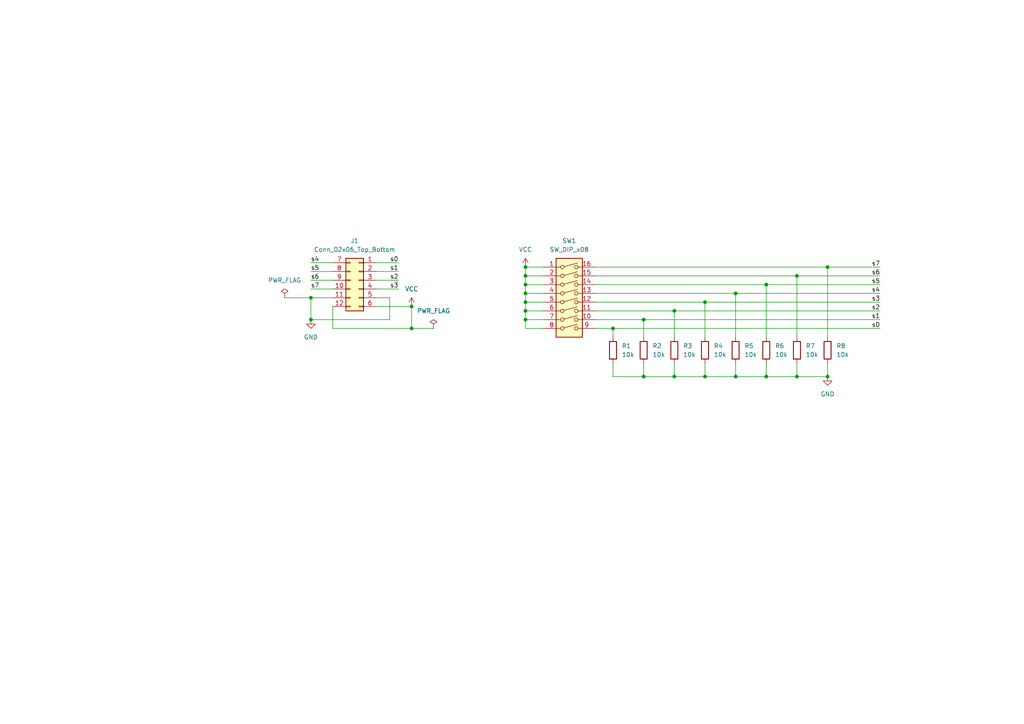
<source format=kicad_sch>
(kicad_sch (version 20211123) (generator eeschema)

  (uuid 62a66d06-e69a-4fb1-b59a-f4e36223a50c)

  (paper "A4")

  (lib_symbols
    (symbol "Connector_Generic:Conn_02x06_Top_Bottom" (pin_names (offset 1.016) hide) (in_bom yes) (on_board yes)
      (property "Reference" "J" (id 0) (at 1.27 7.62 0)
        (effects (font (size 1.27 1.27)))
      )
      (property "Value" "Conn_02x06_Top_Bottom" (id 1) (at 1.27 -10.16 0)
        (effects (font (size 1.27 1.27)))
      )
      (property "Footprint" "" (id 2) (at 0 0 0)
        (effects (font (size 1.27 1.27)) hide)
      )
      (property "Datasheet" "~" (id 3) (at 0 0 0)
        (effects (font (size 1.27 1.27)) hide)
      )
      (property "ki_keywords" "connector" (id 4) (at 0 0 0)
        (effects (font (size 1.27 1.27)) hide)
      )
      (property "ki_description" "Generic connector, double row, 02x06, top/bottom pin numbering scheme (row 1: 1...pins_per_row, row2: pins_per_row+1 ... num_pins), script generated (kicad-library-utils/schlib/autogen/connector/)" (id 5) (at 0 0 0)
        (effects (font (size 1.27 1.27)) hide)
      )
      (property "ki_fp_filters" "Connector*:*_2x??_*" (id 6) (at 0 0 0)
        (effects (font (size 1.27 1.27)) hide)
      )
      (symbol "Conn_02x06_Top_Bottom_1_1"
        (rectangle (start -1.27 -7.493) (end 0 -7.747)
          (stroke (width 0.1524) (type default) (color 0 0 0 0))
          (fill (type none))
        )
        (rectangle (start -1.27 -4.953) (end 0 -5.207)
          (stroke (width 0.1524) (type default) (color 0 0 0 0))
          (fill (type none))
        )
        (rectangle (start -1.27 -2.413) (end 0 -2.667)
          (stroke (width 0.1524) (type default) (color 0 0 0 0))
          (fill (type none))
        )
        (rectangle (start -1.27 0.127) (end 0 -0.127)
          (stroke (width 0.1524) (type default) (color 0 0 0 0))
          (fill (type none))
        )
        (rectangle (start -1.27 2.667) (end 0 2.413)
          (stroke (width 0.1524) (type default) (color 0 0 0 0))
          (fill (type none))
        )
        (rectangle (start -1.27 5.207) (end 0 4.953)
          (stroke (width 0.1524) (type default) (color 0 0 0 0))
          (fill (type none))
        )
        (rectangle (start -1.27 6.35) (end 3.81 -8.89)
          (stroke (width 0.254) (type default) (color 0 0 0 0))
          (fill (type background))
        )
        (rectangle (start 3.81 -7.493) (end 2.54 -7.747)
          (stroke (width 0.1524) (type default) (color 0 0 0 0))
          (fill (type none))
        )
        (rectangle (start 3.81 -4.953) (end 2.54 -5.207)
          (stroke (width 0.1524) (type default) (color 0 0 0 0))
          (fill (type none))
        )
        (rectangle (start 3.81 -2.413) (end 2.54 -2.667)
          (stroke (width 0.1524) (type default) (color 0 0 0 0))
          (fill (type none))
        )
        (rectangle (start 3.81 0.127) (end 2.54 -0.127)
          (stroke (width 0.1524) (type default) (color 0 0 0 0))
          (fill (type none))
        )
        (rectangle (start 3.81 2.667) (end 2.54 2.413)
          (stroke (width 0.1524) (type default) (color 0 0 0 0))
          (fill (type none))
        )
        (rectangle (start 3.81 5.207) (end 2.54 4.953)
          (stroke (width 0.1524) (type default) (color 0 0 0 0))
          (fill (type none))
        )
        (pin passive line (at -5.08 5.08 0) (length 3.81)
          (name "Pin_1" (effects (font (size 1.27 1.27))))
          (number "1" (effects (font (size 1.27 1.27))))
        )
        (pin passive line (at 7.62 -2.54 180) (length 3.81)
          (name "Pin_10" (effects (font (size 1.27 1.27))))
          (number "10" (effects (font (size 1.27 1.27))))
        )
        (pin passive line (at 7.62 -5.08 180) (length 3.81)
          (name "Pin_11" (effects (font (size 1.27 1.27))))
          (number "11" (effects (font (size 1.27 1.27))))
        )
        (pin passive line (at 7.62 -7.62 180) (length 3.81)
          (name "Pin_12" (effects (font (size 1.27 1.27))))
          (number "12" (effects (font (size 1.27 1.27))))
        )
        (pin passive line (at -5.08 2.54 0) (length 3.81)
          (name "Pin_2" (effects (font (size 1.27 1.27))))
          (number "2" (effects (font (size 1.27 1.27))))
        )
        (pin passive line (at -5.08 0 0) (length 3.81)
          (name "Pin_3" (effects (font (size 1.27 1.27))))
          (number "3" (effects (font (size 1.27 1.27))))
        )
        (pin passive line (at -5.08 -2.54 0) (length 3.81)
          (name "Pin_4" (effects (font (size 1.27 1.27))))
          (number "4" (effects (font (size 1.27 1.27))))
        )
        (pin passive line (at -5.08 -5.08 0) (length 3.81)
          (name "Pin_5" (effects (font (size 1.27 1.27))))
          (number "5" (effects (font (size 1.27 1.27))))
        )
        (pin passive line (at -5.08 -7.62 0) (length 3.81)
          (name "Pin_6" (effects (font (size 1.27 1.27))))
          (number "6" (effects (font (size 1.27 1.27))))
        )
        (pin passive line (at 7.62 5.08 180) (length 3.81)
          (name "Pin_7" (effects (font (size 1.27 1.27))))
          (number "7" (effects (font (size 1.27 1.27))))
        )
        (pin passive line (at 7.62 2.54 180) (length 3.81)
          (name "Pin_8" (effects (font (size 1.27 1.27))))
          (number "8" (effects (font (size 1.27 1.27))))
        )
        (pin passive line (at 7.62 0 180) (length 3.81)
          (name "Pin_9" (effects (font (size 1.27 1.27))))
          (number "9" (effects (font (size 1.27 1.27))))
        )
      )
    )
    (symbol "Device:R" (pin_numbers hide) (pin_names (offset 0)) (in_bom yes) (on_board yes)
      (property "Reference" "R" (id 0) (at 2.032 0 90)
        (effects (font (size 1.27 1.27)))
      )
      (property "Value" "R" (id 1) (at 0 0 90)
        (effects (font (size 1.27 1.27)))
      )
      (property "Footprint" "" (id 2) (at -1.778 0 90)
        (effects (font (size 1.27 1.27)) hide)
      )
      (property "Datasheet" "~" (id 3) (at 0 0 0)
        (effects (font (size 1.27 1.27)) hide)
      )
      (property "ki_keywords" "R res resistor" (id 4) (at 0 0 0)
        (effects (font (size 1.27 1.27)) hide)
      )
      (property "ki_description" "Resistor" (id 5) (at 0 0 0)
        (effects (font (size 1.27 1.27)) hide)
      )
      (property "ki_fp_filters" "R_*" (id 6) (at 0 0 0)
        (effects (font (size 1.27 1.27)) hide)
      )
      (symbol "R_0_1"
        (rectangle (start -1.016 -2.54) (end 1.016 2.54)
          (stroke (width 0.254) (type default) (color 0 0 0 0))
          (fill (type none))
        )
      )
      (symbol "R_1_1"
        (pin passive line (at 0 3.81 270) (length 1.27)
          (name "~" (effects (font (size 1.27 1.27))))
          (number "1" (effects (font (size 1.27 1.27))))
        )
        (pin passive line (at 0 -3.81 90) (length 1.27)
          (name "~" (effects (font (size 1.27 1.27))))
          (number "2" (effects (font (size 1.27 1.27))))
        )
      )
    )
    (symbol "Switch:SW_DIP_x08" (pin_names (offset 0) hide) (in_bom yes) (on_board yes)
      (property "Reference" "SW" (id 0) (at 0 13.97 0)
        (effects (font (size 1.27 1.27)))
      )
      (property "Value" "SW_DIP_x08" (id 1) (at 0 -11.43 0)
        (effects (font (size 1.27 1.27)))
      )
      (property "Footprint" "" (id 2) (at 0 0 0)
        (effects (font (size 1.27 1.27)) hide)
      )
      (property "Datasheet" "~" (id 3) (at 0 0 0)
        (effects (font (size 1.27 1.27)) hide)
      )
      (property "ki_keywords" "dip switch" (id 4) (at 0 0 0)
        (effects (font (size 1.27 1.27)) hide)
      )
      (property "ki_description" "8x DIP Switch, Single Pole Single Throw (SPST) switch, small symbol" (id 5) (at 0 0 0)
        (effects (font (size 1.27 1.27)) hide)
      )
      (property "ki_fp_filters" "SW?DIP?x8*" (id 6) (at 0 0 0)
        (effects (font (size 1.27 1.27)) hide)
      )
      (symbol "SW_DIP_x08_0_0"
        (circle (center -2.032 -7.62) (radius 0.508)
          (stroke (width 0) (type default) (color 0 0 0 0))
          (fill (type none))
        )
        (circle (center -2.032 -5.08) (radius 0.508)
          (stroke (width 0) (type default) (color 0 0 0 0))
          (fill (type none))
        )
        (circle (center -2.032 -2.54) (radius 0.508)
          (stroke (width 0) (type default) (color 0 0 0 0))
          (fill (type none))
        )
        (circle (center -2.032 0) (radius 0.508)
          (stroke (width 0) (type default) (color 0 0 0 0))
          (fill (type none))
        )
        (circle (center -2.032 2.54) (radius 0.508)
          (stroke (width 0) (type default) (color 0 0 0 0))
          (fill (type none))
        )
        (circle (center -2.032 5.08) (radius 0.508)
          (stroke (width 0) (type default) (color 0 0 0 0))
          (fill (type none))
        )
        (circle (center -2.032 7.62) (radius 0.508)
          (stroke (width 0) (type default) (color 0 0 0 0))
          (fill (type none))
        )
        (circle (center -2.032 10.16) (radius 0.508)
          (stroke (width 0) (type default) (color 0 0 0 0))
          (fill (type none))
        )
        (polyline
          (pts
            (xy -1.524 -7.4676)
            (xy 2.3622 -6.4262)
          )
          (stroke (width 0) (type default) (color 0 0 0 0))
          (fill (type none))
        )
        (polyline
          (pts
            (xy -1.524 -4.9276)
            (xy 2.3622 -3.8862)
          )
          (stroke (width 0) (type default) (color 0 0 0 0))
          (fill (type none))
        )
        (polyline
          (pts
            (xy -1.524 -2.3876)
            (xy 2.3622 -1.3462)
          )
          (stroke (width 0) (type default) (color 0 0 0 0))
          (fill (type none))
        )
        (polyline
          (pts
            (xy -1.524 0.127)
            (xy 2.3622 1.1684)
          )
          (stroke (width 0) (type default) (color 0 0 0 0))
          (fill (type none))
        )
        (polyline
          (pts
            (xy -1.524 2.667)
            (xy 2.3622 3.7084)
          )
          (stroke (width 0) (type default) (color 0 0 0 0))
          (fill (type none))
        )
        (polyline
          (pts
            (xy -1.524 5.207)
            (xy 2.3622 6.2484)
          )
          (stroke (width 0) (type default) (color 0 0 0 0))
          (fill (type none))
        )
        (polyline
          (pts
            (xy -1.524 7.747)
            (xy 2.3622 8.7884)
          )
          (stroke (width 0) (type default) (color 0 0 0 0))
          (fill (type none))
        )
        (polyline
          (pts
            (xy -1.524 10.287)
            (xy 2.3622 11.3284)
          )
          (stroke (width 0) (type default) (color 0 0 0 0))
          (fill (type none))
        )
        (circle (center 2.032 -7.62) (radius 0.508)
          (stroke (width 0) (type default) (color 0 0 0 0))
          (fill (type none))
        )
        (circle (center 2.032 -5.08) (radius 0.508)
          (stroke (width 0) (type default) (color 0 0 0 0))
          (fill (type none))
        )
        (circle (center 2.032 -2.54) (radius 0.508)
          (stroke (width 0) (type default) (color 0 0 0 0))
          (fill (type none))
        )
        (circle (center 2.032 0) (radius 0.508)
          (stroke (width 0) (type default) (color 0 0 0 0))
          (fill (type none))
        )
        (circle (center 2.032 2.54) (radius 0.508)
          (stroke (width 0) (type default) (color 0 0 0 0))
          (fill (type none))
        )
        (circle (center 2.032 5.08) (radius 0.508)
          (stroke (width 0) (type default) (color 0 0 0 0))
          (fill (type none))
        )
        (circle (center 2.032 7.62) (radius 0.508)
          (stroke (width 0) (type default) (color 0 0 0 0))
          (fill (type none))
        )
        (circle (center 2.032 10.16) (radius 0.508)
          (stroke (width 0) (type default) (color 0 0 0 0))
          (fill (type none))
        )
      )
      (symbol "SW_DIP_x08_0_1"
        (rectangle (start -3.81 12.7) (end 3.81 -10.16)
          (stroke (width 0.254) (type default) (color 0 0 0 0))
          (fill (type background))
        )
      )
      (symbol "SW_DIP_x08_1_1"
        (pin passive line (at -7.62 10.16 0) (length 5.08)
          (name "~" (effects (font (size 1.27 1.27))))
          (number "1" (effects (font (size 1.27 1.27))))
        )
        (pin passive line (at 7.62 -5.08 180) (length 5.08)
          (name "~" (effects (font (size 1.27 1.27))))
          (number "10" (effects (font (size 1.27 1.27))))
        )
        (pin passive line (at 7.62 -2.54 180) (length 5.08)
          (name "~" (effects (font (size 1.27 1.27))))
          (number "11" (effects (font (size 1.27 1.27))))
        )
        (pin passive line (at 7.62 0 180) (length 5.08)
          (name "~" (effects (font (size 1.27 1.27))))
          (number "12" (effects (font (size 1.27 1.27))))
        )
        (pin passive line (at 7.62 2.54 180) (length 5.08)
          (name "~" (effects (font (size 1.27 1.27))))
          (number "13" (effects (font (size 1.27 1.27))))
        )
        (pin passive line (at 7.62 5.08 180) (length 5.08)
          (name "~" (effects (font (size 1.27 1.27))))
          (number "14" (effects (font (size 1.27 1.27))))
        )
        (pin passive line (at 7.62 7.62 180) (length 5.08)
          (name "~" (effects (font (size 1.27 1.27))))
          (number "15" (effects (font (size 1.27 1.27))))
        )
        (pin passive line (at 7.62 10.16 180) (length 5.08)
          (name "~" (effects (font (size 1.27 1.27))))
          (number "16" (effects (font (size 1.27 1.27))))
        )
        (pin passive line (at -7.62 7.62 0) (length 5.08)
          (name "~" (effects (font (size 1.27 1.27))))
          (number "2" (effects (font (size 1.27 1.27))))
        )
        (pin passive line (at -7.62 5.08 0) (length 5.08)
          (name "~" (effects (font (size 1.27 1.27))))
          (number "3" (effects (font (size 1.27 1.27))))
        )
        (pin passive line (at -7.62 2.54 0) (length 5.08)
          (name "~" (effects (font (size 1.27 1.27))))
          (number "4" (effects (font (size 1.27 1.27))))
        )
        (pin passive line (at -7.62 0 0) (length 5.08)
          (name "~" (effects (font (size 1.27 1.27))))
          (number "5" (effects (font (size 1.27 1.27))))
        )
        (pin passive line (at -7.62 -2.54 0) (length 5.08)
          (name "~" (effects (font (size 1.27 1.27))))
          (number "6" (effects (font (size 1.27 1.27))))
        )
        (pin passive line (at -7.62 -5.08 0) (length 5.08)
          (name "~" (effects (font (size 1.27 1.27))))
          (number "7" (effects (font (size 1.27 1.27))))
        )
        (pin passive line (at -7.62 -7.62 0) (length 5.08)
          (name "~" (effects (font (size 1.27 1.27))))
          (number "8" (effects (font (size 1.27 1.27))))
        )
        (pin passive line (at 7.62 -7.62 180) (length 5.08)
          (name "~" (effects (font (size 1.27 1.27))))
          (number "9" (effects (font (size 1.27 1.27))))
        )
      )
    )
    (symbol "power:GND" (power) (pin_names (offset 0)) (in_bom yes) (on_board yes)
      (property "Reference" "#PWR" (id 0) (at 0 -6.35 0)
        (effects (font (size 1.27 1.27)) hide)
      )
      (property "Value" "GND" (id 1) (at 0 -3.81 0)
        (effects (font (size 1.27 1.27)))
      )
      (property "Footprint" "" (id 2) (at 0 0 0)
        (effects (font (size 1.27 1.27)) hide)
      )
      (property "Datasheet" "" (id 3) (at 0 0 0)
        (effects (font (size 1.27 1.27)) hide)
      )
      (property "ki_keywords" "power-flag" (id 4) (at 0 0 0)
        (effects (font (size 1.27 1.27)) hide)
      )
      (property "ki_description" "Power symbol creates a global label with name \"GND\" , ground" (id 5) (at 0 0 0)
        (effects (font (size 1.27 1.27)) hide)
      )
      (symbol "GND_0_1"
        (polyline
          (pts
            (xy 0 0)
            (xy 0 -1.27)
            (xy 1.27 -1.27)
            (xy 0 -2.54)
            (xy -1.27 -1.27)
            (xy 0 -1.27)
          )
          (stroke (width 0) (type default) (color 0 0 0 0))
          (fill (type none))
        )
      )
      (symbol "GND_1_1"
        (pin power_in line (at 0 0 270) (length 0) hide
          (name "GND" (effects (font (size 1.27 1.27))))
          (number "1" (effects (font (size 1.27 1.27))))
        )
      )
    )
    (symbol "power:PWR_FLAG" (power) (pin_numbers hide) (pin_names (offset 0) hide) (in_bom yes) (on_board yes)
      (property "Reference" "#FLG" (id 0) (at 0 1.905 0)
        (effects (font (size 1.27 1.27)) hide)
      )
      (property "Value" "PWR_FLAG" (id 1) (at 0 3.81 0)
        (effects (font (size 1.27 1.27)))
      )
      (property "Footprint" "" (id 2) (at 0 0 0)
        (effects (font (size 1.27 1.27)) hide)
      )
      (property "Datasheet" "~" (id 3) (at 0 0 0)
        (effects (font (size 1.27 1.27)) hide)
      )
      (property "ki_keywords" "power-flag" (id 4) (at 0 0 0)
        (effects (font (size 1.27 1.27)) hide)
      )
      (property "ki_description" "Special symbol for telling ERC where power comes from" (id 5) (at 0 0 0)
        (effects (font (size 1.27 1.27)) hide)
      )
      (symbol "PWR_FLAG_0_0"
        (pin power_out line (at 0 0 90) (length 0)
          (name "pwr" (effects (font (size 1.27 1.27))))
          (number "1" (effects (font (size 1.27 1.27))))
        )
      )
      (symbol "PWR_FLAG_0_1"
        (polyline
          (pts
            (xy 0 0)
            (xy 0 1.27)
            (xy -1.016 1.905)
            (xy 0 2.54)
            (xy 1.016 1.905)
            (xy 0 1.27)
          )
          (stroke (width 0) (type default) (color 0 0 0 0))
          (fill (type none))
        )
      )
    )
    (symbol "power:VCC" (power) (pin_names (offset 0)) (in_bom yes) (on_board yes)
      (property "Reference" "#PWR" (id 0) (at 0 -3.81 0)
        (effects (font (size 1.27 1.27)) hide)
      )
      (property "Value" "VCC" (id 1) (at 0 3.81 0)
        (effects (font (size 1.27 1.27)))
      )
      (property "Footprint" "" (id 2) (at 0 0 0)
        (effects (font (size 1.27 1.27)) hide)
      )
      (property "Datasheet" "" (id 3) (at 0 0 0)
        (effects (font (size 1.27 1.27)) hide)
      )
      (property "ki_keywords" "power-flag" (id 4) (at 0 0 0)
        (effects (font (size 1.27 1.27)) hide)
      )
      (property "ki_description" "Power symbol creates a global label with name \"VCC\"" (id 5) (at 0 0 0)
        (effects (font (size 1.27 1.27)) hide)
      )
      (symbol "VCC_0_1"
        (polyline
          (pts
            (xy -0.762 1.27)
            (xy 0 2.54)
          )
          (stroke (width 0) (type default) (color 0 0 0 0))
          (fill (type none))
        )
        (polyline
          (pts
            (xy 0 0)
            (xy 0 2.54)
          )
          (stroke (width 0) (type default) (color 0 0 0 0))
          (fill (type none))
        )
        (polyline
          (pts
            (xy 0 2.54)
            (xy 0.762 1.27)
          )
          (stroke (width 0) (type default) (color 0 0 0 0))
          (fill (type none))
        )
      )
      (symbol "VCC_1_1"
        (pin power_in line (at 0 0 90) (length 0) hide
          (name "VCC" (effects (font (size 1.27 1.27))))
          (number "1" (effects (font (size 1.27 1.27))))
        )
      )
    )
  )

  (junction (at 152.4 85.09) (diameter 0) (color 0 0 0 0)
    (uuid 0177de9e-a50c-400d-aa0d-9f2f4db1a66b)
  )
  (junction (at 231.14 80.01) (diameter 0) (color 0 0 0 0)
    (uuid 034de29a-9160-4ab3-bf54-04f87bc5205a)
  )
  (junction (at 152.4 90.17) (diameter 0) (color 0 0 0 0)
    (uuid 03b308b1-c47f-4eed-883f-9cf03f646b7b)
  )
  (junction (at 152.4 77.47) (diameter 0) (color 0 0 0 0)
    (uuid 0e9e763e-410d-4b7e-9899-c785c9775732)
  )
  (junction (at 186.69 92.71) (diameter 0) (color 0 0 0 0)
    (uuid 1c5c0f33-1cc5-4f59-9ac8-8ecdbaa046b6)
  )
  (junction (at 119.38 88.9) (diameter 0) (color 0 0 0 0)
    (uuid 1c9c6b68-0c9e-4584-af67-a5821c5d3d3e)
  )
  (junction (at 204.47 87.63) (diameter 0) (color 0 0 0 0)
    (uuid 2150ab02-5bc7-4733-aeca-ea143b680285)
  )
  (junction (at 119.38 95.25) (diameter 0) (color 0 0 0 0)
    (uuid 32d88cc8-5515-4eef-88be-1fa26e5d2bed)
  )
  (junction (at 213.36 109.22) (diameter 0) (color 0 0 0 0)
    (uuid 36ef6fc3-59cf-4fe9-9ecc-94cbe214dc77)
  )
  (junction (at 90.17 86.36) (diameter 0) (color 0 0 0 0)
    (uuid 37d2b7b1-f7f5-4acb-a928-4a1e725543c2)
  )
  (junction (at 152.4 80.01) (diameter 0) (color 0 0 0 0)
    (uuid 4c2f340f-9a07-4d51-b9d0-6019427daa15)
  )
  (junction (at 90.17 92.71) (diameter 0) (color 0 0 0 0)
    (uuid 55528f8e-364a-40d3-a4f0-caa02f446805)
  )
  (junction (at 152.4 82.55) (diameter 0) (color 0 0 0 0)
    (uuid 64970711-59fd-4269-a7d8-843210d4db57)
  )
  (junction (at 222.25 82.55) (diameter 0) (color 0 0 0 0)
    (uuid 70852972-cdd7-4652-b52e-fdf0c7268cad)
  )
  (junction (at 186.69 109.22) (diameter 0) (color 0 0 0 0)
    (uuid 70a0e307-92fe-4165-8d3d-639fda6942f8)
  )
  (junction (at 195.58 90.17) (diameter 0) (color 0 0 0 0)
    (uuid 8b666dc7-0fd2-4f1e-9c9b-ab2ba4d3af36)
  )
  (junction (at 152.4 87.63) (diameter 0) (color 0 0 0 0)
    (uuid 98e13ace-82f2-4037-802a-867e95886d01)
  )
  (junction (at 240.03 109.22) (diameter 0) (color 0 0 0 0)
    (uuid a27d0c45-02a4-4330-849f-f4e1e0bca5f4)
  )
  (junction (at 152.4 92.71) (diameter 0) (color 0 0 0 0)
    (uuid b4a1c61f-9d4e-4575-a454-a6c7f924cdbe)
  )
  (junction (at 195.58 109.22) (diameter 0) (color 0 0 0 0)
    (uuid c1a2e277-877a-44bc-bcf7-fd77855897d9)
  )
  (junction (at 222.25 109.22) (diameter 0) (color 0 0 0 0)
    (uuid db3ddd91-1b8b-41dd-b00b-f8dab77e75b8)
  )
  (junction (at 204.47 109.22) (diameter 0) (color 0 0 0 0)
    (uuid dce415c0-612e-4cfa-9427-22bcd6310523)
  )
  (junction (at 231.14 109.22) (diameter 0) (color 0 0 0 0)
    (uuid de66bb87-86e0-4e89-8fdf-d03950bf9642)
  )
  (junction (at 213.36 85.09) (diameter 0) (color 0 0 0 0)
    (uuid e9fb366f-711d-4de6-9c5d-cd547347da4d)
  )
  (junction (at 240.03 77.47) (diameter 0) (color 0 0 0 0)
    (uuid ef2d522a-c041-4f06-b8df-ba2825c0eb4c)
  )
  (junction (at 177.8 95.25) (diameter 0) (color 0 0 0 0)
    (uuid f980636c-796b-47ce-8d2e-4767f413d5c9)
  )

  (wire (pts (xy 113.03 92.71) (xy 90.17 92.71))
    (stroke (width 0) (type default) (color 0 0 0 0))
    (uuid 073e8fd9-60c6-46cd-a96c-487ad8a9ef84)
  )
  (wire (pts (xy 186.69 92.71) (xy 186.69 97.79))
    (stroke (width 0) (type default) (color 0 0 0 0))
    (uuid 0a4f8b3a-bf32-4c47-b584-8b1099dd344e)
  )
  (wire (pts (xy 204.47 109.22) (xy 204.47 105.41))
    (stroke (width 0) (type default) (color 0 0 0 0))
    (uuid 0cc8e905-b306-48dd-a010-de086ca283d8)
  )
  (wire (pts (xy 240.03 77.47) (xy 240.03 97.79))
    (stroke (width 0) (type default) (color 0 0 0 0))
    (uuid 115619be-6ae5-4f62-989b-458eb60a472c)
  )
  (wire (pts (xy 152.4 85.09) (xy 157.48 85.09))
    (stroke (width 0) (type default) (color 0 0 0 0))
    (uuid 121adb36-6947-4125-905e-a45066dd94f2)
  )
  (wire (pts (xy 204.47 87.63) (xy 204.47 97.79))
    (stroke (width 0) (type default) (color 0 0 0 0))
    (uuid 1460310e-3dd2-4f89-a9b2-65f26653b455)
  )
  (wire (pts (xy 152.4 95.25) (xy 157.48 95.25))
    (stroke (width 0) (type default) (color 0 0 0 0))
    (uuid 18b9ea58-b4ea-4bed-a2b4-ca1c9a4c57e9)
  )
  (wire (pts (xy 90.17 86.36) (xy 96.52 86.36))
    (stroke (width 0) (type default) (color 0 0 0 0))
    (uuid 1985d6fd-0f4e-467a-aa17-e6f430b03031)
  )
  (wire (pts (xy 152.4 92.71) (xy 152.4 95.25))
    (stroke (width 0) (type default) (color 0 0 0 0))
    (uuid 2363d999-a421-449b-a497-700164d3645f)
  )
  (wire (pts (xy 109.22 83.82) (xy 115.57 83.82))
    (stroke (width 0) (type default) (color 0 0 0 0))
    (uuid 283e3dc3-8461-4161-8117-03604ee1df78)
  )
  (wire (pts (xy 96.52 88.9) (xy 96.52 95.25))
    (stroke (width 0) (type default) (color 0 0 0 0))
    (uuid 30f89d32-0738-42f5-ba5a-630f7393d7fb)
  )
  (wire (pts (xy 109.22 81.28) (xy 115.57 81.28))
    (stroke (width 0) (type default) (color 0 0 0 0))
    (uuid 32bdba46-4885-4f60-b279-f5e919cb2b80)
  )
  (wire (pts (xy 204.47 109.22) (xy 195.58 109.22))
    (stroke (width 0) (type default) (color 0 0 0 0))
    (uuid 3320ae0e-d46c-486e-a936-e785b47c267f)
  )
  (wire (pts (xy 172.72 92.71) (xy 186.69 92.71))
    (stroke (width 0) (type default) (color 0 0 0 0))
    (uuid 350b860e-68e1-462b-b38c-05e18360a596)
  )
  (wire (pts (xy 152.4 77.47) (xy 157.48 77.47))
    (stroke (width 0) (type default) (color 0 0 0 0))
    (uuid 35ddea9d-ad22-447c-9815-2c7dca8eff1d)
  )
  (wire (pts (xy 172.72 82.55) (xy 222.25 82.55))
    (stroke (width 0) (type default) (color 0 0 0 0))
    (uuid 3733aaab-d6e7-495b-8f3b-834e5ac9126e)
  )
  (wire (pts (xy 177.8 95.25) (xy 177.8 97.79))
    (stroke (width 0) (type default) (color 0 0 0 0))
    (uuid 37ca6a20-f162-4f7d-b75b-aebcef62a374)
  )
  (wire (pts (xy 195.58 90.17) (xy 195.58 97.79))
    (stroke (width 0) (type default) (color 0 0 0 0))
    (uuid 3815476e-5674-48c8-8354-6e58ef772ecb)
  )
  (wire (pts (xy 177.8 95.25) (xy 255.27 95.25))
    (stroke (width 0) (type default) (color 0 0 0 0))
    (uuid 3951349e-ff12-4f26-9869-a9d4e7498a4a)
  )
  (wire (pts (xy 109.22 86.36) (xy 113.03 86.36))
    (stroke (width 0) (type default) (color 0 0 0 0))
    (uuid 39ee459b-e4e6-4aa7-b6f3-5e401c37ea31)
  )
  (wire (pts (xy 240.03 105.41) (xy 240.03 109.22))
    (stroke (width 0) (type default) (color 0 0 0 0))
    (uuid 3bce871e-89da-4ed9-aea2-2a44271f0a4e)
  )
  (wire (pts (xy 222.25 109.22) (xy 231.14 109.22))
    (stroke (width 0) (type default) (color 0 0 0 0))
    (uuid 3e8b7ec7-71ed-467d-bfe2-4cbb46688b4b)
  )
  (wire (pts (xy 90.17 81.28) (xy 96.52 81.28))
    (stroke (width 0) (type default) (color 0 0 0 0))
    (uuid 44a0b6e0-ae6f-4916-9068-785aa120ac28)
  )
  (wire (pts (xy 177.8 109.22) (xy 177.8 105.41))
    (stroke (width 0) (type default) (color 0 0 0 0))
    (uuid 4a0770e0-7cef-4995-96cd-3e077d9f074d)
  )
  (wire (pts (xy 195.58 90.17) (xy 255.27 90.17))
    (stroke (width 0) (type default) (color 0 0 0 0))
    (uuid 4d456d17-db55-43c2-b34c-c70d7f428e55)
  )
  (wire (pts (xy 82.55 86.36) (xy 90.17 86.36))
    (stroke (width 0) (type default) (color 0 0 0 0))
    (uuid 580bb579-1cb2-4e00-ab8e-68536b00452e)
  )
  (wire (pts (xy 195.58 109.22) (xy 186.69 109.22))
    (stroke (width 0) (type default) (color 0 0 0 0))
    (uuid 5f42b8c6-c1ae-4d84-8af4-6cdda5cbb489)
  )
  (wire (pts (xy 231.14 80.01) (xy 231.14 97.79))
    (stroke (width 0) (type default) (color 0 0 0 0))
    (uuid 61d4c7da-c8ef-4280-aef1-17cbfd24d0a5)
  )
  (wire (pts (xy 172.72 80.01) (xy 231.14 80.01))
    (stroke (width 0) (type default) (color 0 0 0 0))
    (uuid 6235f2dd-937e-46d2-8366-469cf066ce1a)
  )
  (wire (pts (xy 222.25 105.41) (xy 222.25 109.22))
    (stroke (width 0) (type default) (color 0 0 0 0))
    (uuid 628313ba-ed8a-4cfe-969b-111c6bdda9e0)
  )
  (wire (pts (xy 240.03 77.47) (xy 255.27 77.47))
    (stroke (width 0) (type default) (color 0 0 0 0))
    (uuid 651127ab-0779-4e4c-8309-a63a7b8c889f)
  )
  (wire (pts (xy 109.22 76.2) (xy 115.57 76.2))
    (stroke (width 0) (type default) (color 0 0 0 0))
    (uuid 6d8ce097-2803-4ee2-8292-44514b95f987)
  )
  (wire (pts (xy 231.14 80.01) (xy 255.27 80.01))
    (stroke (width 0) (type default) (color 0 0 0 0))
    (uuid 700bad74-9c64-44d4-bcee-e942804e2821)
  )
  (wire (pts (xy 90.17 78.74) (xy 96.52 78.74))
    (stroke (width 0) (type default) (color 0 0 0 0))
    (uuid 731bf9d8-6e8a-4f63-8780-46e8e1c7f379)
  )
  (wire (pts (xy 152.4 80.01) (xy 152.4 82.55))
    (stroke (width 0) (type default) (color 0 0 0 0))
    (uuid 74dfd341-0a7b-485e-bf92-711dd2c4ba6f)
  )
  (wire (pts (xy 186.69 92.71) (xy 255.27 92.71))
    (stroke (width 0) (type default) (color 0 0 0 0))
    (uuid 7656d6dd-89a3-4eb5-b34a-a4eca2fedd33)
  )
  (wire (pts (xy 152.4 87.63) (xy 157.48 87.63))
    (stroke (width 0) (type default) (color 0 0 0 0))
    (uuid 8000176b-38aa-424c-9cda-d8f23b89435c)
  )
  (wire (pts (xy 109.22 88.9) (xy 119.38 88.9))
    (stroke (width 0) (type default) (color 0 0 0 0))
    (uuid 820b979f-385a-4256-b1c2-f6753d81ad34)
  )
  (wire (pts (xy 152.4 80.01) (xy 157.48 80.01))
    (stroke (width 0) (type default) (color 0 0 0 0))
    (uuid 83b6af1c-f562-49d3-8289-85118279864a)
  )
  (wire (pts (xy 90.17 92.71) (xy 90.17 86.36))
    (stroke (width 0) (type default) (color 0 0 0 0))
    (uuid 85d7bc86-49a7-4522-bc7a-269c56c6e7bc)
  )
  (wire (pts (xy 204.47 87.63) (xy 255.27 87.63))
    (stroke (width 0) (type default) (color 0 0 0 0))
    (uuid 89727264-ef8c-40e4-8b3a-52bdf9826943)
  )
  (wire (pts (xy 152.4 92.71) (xy 157.48 92.71))
    (stroke (width 0) (type default) (color 0 0 0 0))
    (uuid 89ddf313-1dd9-4b6a-8daa-fafd9844e727)
  )
  (wire (pts (xy 152.4 90.17) (xy 157.48 90.17))
    (stroke (width 0) (type default) (color 0 0 0 0))
    (uuid 8a07e433-dc1d-40dc-8ad4-82a7a0d42a18)
  )
  (wire (pts (xy 222.25 109.22) (xy 213.36 109.22))
    (stroke (width 0) (type default) (color 0 0 0 0))
    (uuid 8eea19ef-bfc4-4c12-a18b-76801190ae43)
  )
  (wire (pts (xy 172.72 90.17) (xy 195.58 90.17))
    (stroke (width 0) (type default) (color 0 0 0 0))
    (uuid 93d57102-9033-44d2-bfed-835079794aa6)
  )
  (wire (pts (xy 90.17 76.2) (xy 96.52 76.2))
    (stroke (width 0) (type default) (color 0 0 0 0))
    (uuid 98789cd2-31be-48df-a967-b39012723401)
  )
  (wire (pts (xy 213.36 85.09) (xy 255.27 85.09))
    (stroke (width 0) (type default) (color 0 0 0 0))
    (uuid 9a46ad12-99a7-4e9f-833d-0b030db93dd1)
  )
  (wire (pts (xy 231.14 109.22) (xy 231.14 105.41))
    (stroke (width 0) (type default) (color 0 0 0 0))
    (uuid 9afe2479-8d35-49ef-a665-e49a1a89bc1c)
  )
  (wire (pts (xy 119.38 95.25) (xy 119.38 88.9))
    (stroke (width 0) (type default) (color 0 0 0 0))
    (uuid 9b7bce70-d3fa-411a-8da1-885845837f97)
  )
  (wire (pts (xy 213.36 109.22) (xy 213.36 105.41))
    (stroke (width 0) (type default) (color 0 0 0 0))
    (uuid a691e500-ab67-4dc4-9b24-479f4ef9d5a6)
  )
  (wire (pts (xy 152.4 85.09) (xy 152.4 87.63))
    (stroke (width 0) (type default) (color 0 0 0 0))
    (uuid a8ce4c4f-9d39-4902-ae5e-4ff889c3241c)
  )
  (wire (pts (xy 213.36 109.22) (xy 204.47 109.22))
    (stroke (width 0) (type default) (color 0 0 0 0))
    (uuid b09c558d-5503-4be1-ad5a-b9a19fc160da)
  )
  (wire (pts (xy 152.4 82.55) (xy 152.4 85.09))
    (stroke (width 0) (type default) (color 0 0 0 0))
    (uuid badb2e3b-2228-460e-8b8e-2f6c4372d222)
  )
  (wire (pts (xy 113.03 86.36) (xy 113.03 92.71))
    (stroke (width 0) (type default) (color 0 0 0 0))
    (uuid be6e4fb7-75a8-47f6-877f-1103c76cb164)
  )
  (wire (pts (xy 186.69 109.22) (xy 177.8 109.22))
    (stroke (width 0) (type default) (color 0 0 0 0))
    (uuid c64de443-085d-4ea6-a5d4-2d161178697f)
  )
  (wire (pts (xy 195.58 109.22) (xy 195.58 105.41))
    (stroke (width 0) (type default) (color 0 0 0 0))
    (uuid cb0a650d-d92e-453c-a862-eaffb6ea9d67)
  )
  (wire (pts (xy 222.25 82.55) (xy 222.25 97.79))
    (stroke (width 0) (type default) (color 0 0 0 0))
    (uuid cfbe2943-b0dd-41a8-8745-78a05a1b48a1)
  )
  (wire (pts (xy 152.4 82.55) (xy 157.48 82.55))
    (stroke (width 0) (type default) (color 0 0 0 0))
    (uuid d0b395e5-fcbf-459c-87b5-4d430b817499)
  )
  (wire (pts (xy 172.72 77.47) (xy 240.03 77.47))
    (stroke (width 0) (type default) (color 0 0 0 0))
    (uuid d48fb6eb-b4da-4926-a2bf-a5e616825184)
  )
  (wire (pts (xy 172.72 85.09) (xy 213.36 85.09))
    (stroke (width 0) (type default) (color 0 0 0 0))
    (uuid d5d6a107-1fd3-4e7c-8b54-4a8c2f15855f)
  )
  (wire (pts (xy 152.4 90.17) (xy 152.4 92.71))
    (stroke (width 0) (type default) (color 0 0 0 0))
    (uuid d7488541-fed5-4f5a-b69f-1d57c679933f)
  )
  (wire (pts (xy 172.72 95.25) (xy 177.8 95.25))
    (stroke (width 0) (type default) (color 0 0 0 0))
    (uuid dc0233fa-8077-428e-9100-2f111ed23e69)
  )
  (wire (pts (xy 222.25 82.55) (xy 255.27 82.55))
    (stroke (width 0) (type default) (color 0 0 0 0))
    (uuid e1b11578-b7ec-4725-9933-401d036f9491)
  )
  (wire (pts (xy 213.36 85.09) (xy 213.36 97.79))
    (stroke (width 0) (type default) (color 0 0 0 0))
    (uuid e4b4e07b-3461-425f-9d55-551ee5a49c85)
  )
  (wire (pts (xy 172.72 87.63) (xy 204.47 87.63))
    (stroke (width 0) (type default) (color 0 0 0 0))
    (uuid edf39b35-3beb-4e49-8949-c9e97e7cef96)
  )
  (wire (pts (xy 152.4 87.63) (xy 152.4 90.17))
    (stroke (width 0) (type default) (color 0 0 0 0))
    (uuid f3a9d0a9-314e-412c-83bf-24df04d93b87)
  )
  (wire (pts (xy 152.4 77.47) (xy 152.4 80.01))
    (stroke (width 0) (type default) (color 0 0 0 0))
    (uuid f546981f-4e9d-4bf3-96f4-541d27e1df6c)
  )
  (wire (pts (xy 96.52 95.25) (xy 119.38 95.25))
    (stroke (width 0) (type default) (color 0 0 0 0))
    (uuid f7d4950e-5046-4a1f-96d7-de898f9ab50a)
  )
  (wire (pts (xy 90.17 83.82) (xy 96.52 83.82))
    (stroke (width 0) (type default) (color 0 0 0 0))
    (uuid f7d4b90a-fb37-459d-a5a4-9b46f6aad642)
  )
  (wire (pts (xy 186.69 109.22) (xy 186.69 105.41))
    (stroke (width 0) (type default) (color 0 0 0 0))
    (uuid f933ce45-c15b-4225-9710-4bfdf76e2ae6)
  )
  (wire (pts (xy 109.22 78.74) (xy 115.57 78.74))
    (stroke (width 0) (type default) (color 0 0 0 0))
    (uuid f9516c5b-a8f4-4a05-b07a-68ba1217ca73)
  )
  (wire (pts (xy 240.03 109.22) (xy 231.14 109.22))
    (stroke (width 0) (type default) (color 0 0 0 0))
    (uuid f98bf66d-02be-42ff-b210-c69e3cd55643)
  )
  (wire (pts (xy 119.38 95.25) (xy 125.73 95.25))
    (stroke (width 0) (type default) (color 0 0 0 0))
    (uuid fa46122f-8a45-43c2-8971-fbc6c4f3e39f)
  )

  (label "s3" (at 255.27 87.63 180)
    (effects (font (size 1.27 1.27)) (justify right bottom))
    (uuid 095ad83b-febe-431b-9ed0-d0efabb58fd4)
  )
  (label "s1" (at 255.27 92.71 180)
    (effects (font (size 1.27 1.27)) (justify right bottom))
    (uuid 1e76e709-c004-40dd-8503-cb68cd799e1c)
  )
  (label "s2" (at 255.27 90.17 180)
    (effects (font (size 1.27 1.27)) (justify right bottom))
    (uuid 252a7c99-fd91-48eb-8042-554e0f311870)
  )
  (label "s4" (at 90.17 76.2 0)
    (effects (font (size 1.27 1.27)) (justify left bottom))
    (uuid 3b277213-f435-4a84-9ff9-3c596bacbdca)
  )
  (label "s6" (at 255.27 80.01 180)
    (effects (font (size 1.27 1.27)) (justify right bottom))
    (uuid 4683f639-96fd-4fbc-b6a0-62988337235e)
  )
  (label "s3" (at 115.57 83.82 180)
    (effects (font (size 1.27 1.27)) (justify right bottom))
    (uuid 4c8a86d3-922a-4513-b38a-43f9745d2cbc)
  )
  (label "s6" (at 90.17 81.28 0)
    (effects (font (size 1.27 1.27)) (justify left bottom))
    (uuid 5c9cb246-c0dc-4b69-a19a-a4b8b8ca47f3)
  )
  (label "s5" (at 90.17 78.74 0)
    (effects (font (size 1.27 1.27)) (justify left bottom))
    (uuid 708c8a54-b27e-40d0-b92e-5fa1b9d56222)
  )
  (label "s0" (at 255.27 95.25 180)
    (effects (font (size 1.27 1.27)) (justify right bottom))
    (uuid 8e9d6d7a-f63f-4508-aa8f-bb3a5ec903da)
  )
  (label "s7" (at 255.27 77.47 180)
    (effects (font (size 1.27 1.27)) (justify right bottom))
    (uuid 92323840-06b1-4a25-b2e0-bdc2c7ee71b6)
  )
  (label "s2" (at 115.57 81.28 180)
    (effects (font (size 1.27 1.27)) (justify right bottom))
    (uuid a2af5c60-37e9-4260-99aa-aae16b349b33)
  )
  (label "s5" (at 255.27 82.55 180)
    (effects (font (size 1.27 1.27)) (justify right bottom))
    (uuid c34f9d30-332c-4e9f-8b8c-2b1178d4d17e)
  )
  (label "s7" (at 90.17 83.82 0)
    (effects (font (size 1.27 1.27)) (justify left bottom))
    (uuid c81d716b-b818-44de-8962-8f4fa63316e9)
  )
  (label "s0" (at 115.57 76.2 180)
    (effects (font (size 1.27 1.27)) (justify right bottom))
    (uuid d818c790-aa5b-428f-bc18-2e3985b49775)
  )
  (label "s1" (at 115.57 78.74 180)
    (effects (font (size 1.27 1.27)) (justify right bottom))
    (uuid dfba22ee-f11c-4056-b77a-0550c9a2cbdd)
  )
  (label "s4" (at 255.27 85.09 180)
    (effects (font (size 1.27 1.27)) (justify right bottom))
    (uuid e3b4a0e7-9383-48d9-b30a-77323c97b2ee)
  )

  (symbol (lib_id "power:VCC") (at 152.4 77.47 0) (unit 1)
    (in_bom yes) (on_board yes) (fields_autoplaced)
    (uuid 100bf934-7af7-4d5c-bf8e-669c5177687a)
    (property "Reference" "#PWR0102" (id 0) (at 152.4 81.28 0)
      (effects (font (size 1.27 1.27)) hide)
    )
    (property "Value" "VCC" (id 1) (at 152.4 72.39 0))
    (property "Footprint" "" (id 2) (at 152.4 77.47 0)
      (effects (font (size 1.27 1.27)) hide)
    )
    (property "Datasheet" "" (id 3) (at 152.4 77.47 0)
      (effects (font (size 1.27 1.27)) hide)
    )
    (pin "1" (uuid 6b9147be-ef3f-40e6-b07f-fb9b1328bed0))
  )

  (symbol (lib_id "Device:R") (at 204.47 101.6 0) (unit 1)
    (in_bom yes) (on_board yes) (fields_autoplaced)
    (uuid 15227258-4af6-44b1-848e-0d8105a9c7ef)
    (property "Reference" "R4" (id 0) (at 207.01 100.3299 0)
      (effects (font (size 1.27 1.27)) (justify left))
    )
    (property "Value" "10k" (id 1) (at 207.01 102.8699 0)
      (effects (font (size 1.27 1.27)) (justify left))
    )
    (property "Footprint" "Resistor_SMD:R_0805_2012Metric_Pad1.20x1.40mm_HandSolder" (id 2) (at 202.692 101.6 90)
      (effects (font (size 1.27 1.27)) hide)
    )
    (property "Datasheet" "~" (id 3) (at 204.47 101.6 0)
      (effects (font (size 1.27 1.27)) hide)
    )
    (pin "1" (uuid 68d7e752-6a54-4187-a8b7-052f7b86f27a))
    (pin "2" (uuid 6fd65164-6516-4f5e-af90-b39e5f3f4abe))
  )

  (symbol (lib_id "power:VCC") (at 119.38 88.9 0) (unit 1)
    (in_bom yes) (on_board yes) (fields_autoplaced)
    (uuid 1e7b185e-fede-457c-be00-9eb9ed704015)
    (property "Reference" "#PWR0103" (id 0) (at 119.38 92.71 0)
      (effects (font (size 1.27 1.27)) hide)
    )
    (property "Value" "VCC" (id 1) (at 119.38 83.82 0))
    (property "Footprint" "" (id 2) (at 119.38 88.9 0)
      (effects (font (size 1.27 1.27)) hide)
    )
    (property "Datasheet" "" (id 3) (at 119.38 88.9 0)
      (effects (font (size 1.27 1.27)) hide)
    )
    (pin "1" (uuid f513975b-87ca-4c12-b895-ea44a8f60439))
  )

  (symbol (lib_id "power:GND") (at 240.03 109.22 0) (unit 1)
    (in_bom yes) (on_board yes) (fields_autoplaced)
    (uuid 4144058f-bf62-446b-8266-793f0b35f288)
    (property "Reference" "#PWR0101" (id 0) (at 240.03 115.57 0)
      (effects (font (size 1.27 1.27)) hide)
    )
    (property "Value" "GND" (id 1) (at 240.03 114.3 0))
    (property "Footprint" "" (id 2) (at 240.03 109.22 0)
      (effects (font (size 1.27 1.27)) hide)
    )
    (property "Datasheet" "" (id 3) (at 240.03 109.22 0)
      (effects (font (size 1.27 1.27)) hide)
    )
    (pin "1" (uuid d46b4ef7-eac8-4016-8e80-1c4b979609bf))
  )

  (symbol (lib_id "Connector_Generic:Conn_02x06_Top_Bottom") (at 104.14 81.28 0) (mirror y) (unit 1)
    (in_bom yes) (on_board yes) (fields_autoplaced)
    (uuid 41bfbe12-e3f8-4aea-8767-3ff73270eca8)
    (property "Reference" "J1" (id 0) (at 102.87 69.85 0))
    (property "Value" "Conn_02x06_Top_Bottom" (id 1) (at 102.87 72.39 0))
    (property "Footprint" "PrjLibrary:PinSocket_2x06_P2.54mm_Vertical_Top_Bottom" (id 2) (at 104.14 81.28 0)
      (effects (font (size 1.27 1.27)) hide)
    )
    (property "Datasheet" "~" (id 3) (at 104.14 81.28 0)
      (effects (font (size 1.27 1.27)) hide)
    )
    (pin "1" (uuid fd8d0539-55bd-4d00-911a-2dc562ccecaf))
    (pin "10" (uuid c792a99a-2254-4787-b307-32c56b79f024))
    (pin "11" (uuid 026bf116-d1a1-49ff-89f5-39ae7410b02f))
    (pin "12" (uuid 49181eb7-d92b-4e1a-b681-813c07f65663))
    (pin "2" (uuid 152f964b-d66b-4746-8ea9-11109e617e8b))
    (pin "3" (uuid f027827c-ba34-4e6b-bf93-2eaf9ba54946))
    (pin "4" (uuid 8a458c2a-0369-42f5-840f-519362996c34))
    (pin "5" (uuid f36583d9-b002-414d-b21b-b81ed2f3e70e))
    (pin "6" (uuid 47e754a7-94b7-48f4-b133-67fc62b435d8))
    (pin "7" (uuid 6bcdc2d7-d8a5-4461-8bf9-48b3f202f295))
    (pin "8" (uuid 30d980b0-cf03-41fb-b60d-163b09e52f9e))
    (pin "9" (uuid 753b81dd-4889-4780-a9f5-76e4fef22627))
  )

  (symbol (lib_id "Switch:SW_DIP_x08") (at 165.1 87.63 0) (unit 1)
    (in_bom yes) (on_board yes) (fields_autoplaced)
    (uuid 4f41af0e-af2a-428a-8cd5-08eb643145cb)
    (property "Reference" "SW1" (id 0) (at 165.1 69.85 0))
    (property "Value" "SW_DIP_x08" (id 1) (at 165.1 72.39 0))
    (property "Footprint" "PrjLibrary:SW_DIP_SPSTx08_Slide_9.78x22.5mm_W7.62mm_P2.54mm_short" (id 2) (at 165.1 87.63 0)
      (effects (font (size 1.27 1.27)) hide)
    )
    (property "Datasheet" "~" (id 3) (at 165.1 87.63 0)
      (effects (font (size 1.27 1.27)) hide)
    )
    (pin "1" (uuid 96f1a46b-a7df-4dce-b2bc-9c593cb06b5b))
    (pin "10" (uuid c829f43c-ee94-4de3-bc8c-2b32ba0d4dd7))
    (pin "11" (uuid 4879f17a-3315-40f6-b594-c34a6cd996d4))
    (pin "12" (uuid 1f2fa22c-8dcc-4bc5-9e4c-21c80e34337d))
    (pin "13" (uuid 5007cfb4-f252-4c63-b719-7a4b4cbb0f89))
    (pin "14" (uuid 6793a054-2da0-4b36-82c5-1ffbb4be7234))
    (pin "15" (uuid ad74abf9-be27-4943-87ee-ca9714b30b78))
    (pin "16" (uuid a381f7a6-e98f-4b2a-a4bd-7e83ebfb506b))
    (pin "2" (uuid 771b55bc-d9e1-4705-8c53-f47012ed9ed7))
    (pin "3" (uuid c4f2f154-855d-40dc-8cd5-726f29b67eb8))
    (pin "4" (uuid 495bfffa-ebf2-47e2-ab31-1427a521d24f))
    (pin "5" (uuid dc6030b0-4a83-4aa9-bbd9-5a251a52541c))
    (pin "6" (uuid fa091a20-aa5c-4d70-b676-5d8659a782e4))
    (pin "7" (uuid 645b2f56-9e89-4c98-8126-8a5a3a01693e))
    (pin "8" (uuid 030f40fe-e7f6-479b-9337-089334fb43bd))
    (pin "9" (uuid d0190ea1-2eb5-4019-a426-876a8032a9c9))
  )

  (symbol (lib_id "Device:R") (at 186.69 101.6 0) (unit 1)
    (in_bom yes) (on_board yes) (fields_autoplaced)
    (uuid 57c65b9c-7a5f-4ff8-9826-43725557e85c)
    (property "Reference" "R2" (id 0) (at 189.23 100.3299 0)
      (effects (font (size 1.27 1.27)) (justify left))
    )
    (property "Value" "10k" (id 1) (at 189.23 102.8699 0)
      (effects (font (size 1.27 1.27)) (justify left))
    )
    (property "Footprint" "Resistor_SMD:R_0805_2012Metric_Pad1.20x1.40mm_HandSolder" (id 2) (at 184.912 101.6 90)
      (effects (font (size 1.27 1.27)) hide)
    )
    (property "Datasheet" "~" (id 3) (at 186.69 101.6 0)
      (effects (font (size 1.27 1.27)) hide)
    )
    (pin "1" (uuid e3d9209a-d5ad-4bd6-b098-09c5562cc65f))
    (pin "2" (uuid e4230460-5bc3-4ba9-8587-a0aa04645468))
  )

  (symbol (lib_id "Device:R") (at 222.25 101.6 0) (unit 1)
    (in_bom yes) (on_board yes) (fields_autoplaced)
    (uuid 5d60ee02-c32e-4018-ae5c-39d89bd038a0)
    (property "Reference" "R6" (id 0) (at 224.79 100.3299 0)
      (effects (font (size 1.27 1.27)) (justify left))
    )
    (property "Value" "10k" (id 1) (at 224.79 102.8699 0)
      (effects (font (size 1.27 1.27)) (justify left))
    )
    (property "Footprint" "Resistor_SMD:R_0805_2012Metric_Pad1.20x1.40mm_HandSolder" (id 2) (at 220.472 101.6 90)
      (effects (font (size 1.27 1.27)) hide)
    )
    (property "Datasheet" "~" (id 3) (at 222.25 101.6 0)
      (effects (font (size 1.27 1.27)) hide)
    )
    (pin "1" (uuid 00a8b8b4-1137-488b-b26e-0845f091eb49))
    (pin "2" (uuid 212b480c-d11b-45a3-997d-57a0be0832d4))
  )

  (symbol (lib_id "power:GND") (at 90.17 92.71 0) (unit 1)
    (in_bom yes) (on_board yes) (fields_autoplaced)
    (uuid 646f90e9-ff13-4337-8ab3-1644614a11f6)
    (property "Reference" "#PWR0104" (id 0) (at 90.17 99.06 0)
      (effects (font (size 1.27 1.27)) hide)
    )
    (property "Value" "GND" (id 1) (at 90.17 97.79 0))
    (property "Footprint" "" (id 2) (at 90.17 92.71 0)
      (effects (font (size 1.27 1.27)) hide)
    )
    (property "Datasheet" "" (id 3) (at 90.17 92.71 0)
      (effects (font (size 1.27 1.27)) hide)
    )
    (pin "1" (uuid 9fb0c71f-bf10-4e2b-ad6b-adef2e2b7c1d))
  )

  (symbol (lib_id "Device:R") (at 213.36 101.6 0) (unit 1)
    (in_bom yes) (on_board yes) (fields_autoplaced)
    (uuid 73e0f502-82ab-4dd1-9714-bd1c1fff2ace)
    (property "Reference" "R5" (id 0) (at 215.9 100.3299 0)
      (effects (font (size 1.27 1.27)) (justify left))
    )
    (property "Value" "10k" (id 1) (at 215.9 102.8699 0)
      (effects (font (size 1.27 1.27)) (justify left))
    )
    (property "Footprint" "Resistor_SMD:R_0805_2012Metric_Pad1.20x1.40mm_HandSolder" (id 2) (at 211.582 101.6 90)
      (effects (font (size 1.27 1.27)) hide)
    )
    (property "Datasheet" "~" (id 3) (at 213.36 101.6 0)
      (effects (font (size 1.27 1.27)) hide)
    )
    (pin "1" (uuid 500f2dcc-5c34-4761-b034-b70be1cc9761))
    (pin "2" (uuid 677d1cb7-9be6-47df-b205-6ff936fb4ed7))
  )

  (symbol (lib_id "power:PWR_FLAG") (at 82.55 86.36 0) (unit 1)
    (in_bom yes) (on_board yes) (fields_autoplaced)
    (uuid 75ba1bf3-3f36-4fe1-9c1c-28a9abc83789)
    (property "Reference" "#FLG0101" (id 0) (at 82.55 84.455 0)
      (effects (font (size 1.27 1.27)) hide)
    )
    (property "Value" "PWR_FLAG" (id 1) (at 82.55 81.28 0))
    (property "Footprint" "" (id 2) (at 82.55 86.36 0)
      (effects (font (size 1.27 1.27)) hide)
    )
    (property "Datasheet" "~" (id 3) (at 82.55 86.36 0)
      (effects (font (size 1.27 1.27)) hide)
    )
    (pin "1" (uuid e6185cb5-05b9-4d26-abd4-9648a32f522c))
  )

  (symbol (lib_id "power:PWR_FLAG") (at 125.73 95.25 0) (unit 1)
    (in_bom yes) (on_board yes) (fields_autoplaced)
    (uuid ae63d129-7694-471a-b874-e7d580b1ca30)
    (property "Reference" "#FLG0102" (id 0) (at 125.73 93.345 0)
      (effects (font (size 1.27 1.27)) hide)
    )
    (property "Value" "PWR_FLAG" (id 1) (at 125.73 90.17 0))
    (property "Footprint" "" (id 2) (at 125.73 95.25 0)
      (effects (font (size 1.27 1.27)) hide)
    )
    (property "Datasheet" "~" (id 3) (at 125.73 95.25 0)
      (effects (font (size 1.27 1.27)) hide)
    )
    (pin "1" (uuid 88d01260-39ae-4cd4-8d4b-4ce4e52efc02))
  )

  (symbol (lib_id "Device:R") (at 195.58 101.6 0) (unit 1)
    (in_bom yes) (on_board yes) (fields_autoplaced)
    (uuid b1d60747-8fd3-4125-9752-af4c2a80efce)
    (property "Reference" "R3" (id 0) (at 198.12 100.3299 0)
      (effects (font (size 1.27 1.27)) (justify left))
    )
    (property "Value" "10k" (id 1) (at 198.12 102.8699 0)
      (effects (font (size 1.27 1.27)) (justify left))
    )
    (property "Footprint" "Resistor_SMD:R_0805_2012Metric_Pad1.20x1.40mm_HandSolder" (id 2) (at 193.802 101.6 90)
      (effects (font (size 1.27 1.27)) hide)
    )
    (property "Datasheet" "~" (id 3) (at 195.58 101.6 0)
      (effects (font (size 1.27 1.27)) hide)
    )
    (pin "1" (uuid e0ba41f8-3b0a-4049-a77d-70e75a254f5e))
    (pin "2" (uuid ffd6562b-02a8-4ccf-99d7-18d25acb3582))
  )

  (symbol (lib_id "Device:R") (at 177.8 101.6 0) (unit 1)
    (in_bom yes) (on_board yes) (fields_autoplaced)
    (uuid bec20459-b20b-4ddc-a042-24a4102341b9)
    (property "Reference" "R1" (id 0) (at 180.34 100.3299 0)
      (effects (font (size 1.27 1.27)) (justify left))
    )
    (property "Value" "10k" (id 1) (at 180.34 102.8699 0)
      (effects (font (size 1.27 1.27)) (justify left))
    )
    (property "Footprint" "Resistor_SMD:R_0805_2012Metric_Pad1.20x1.40mm_HandSolder" (id 2) (at 176.022 101.6 90)
      (effects (font (size 1.27 1.27)) hide)
    )
    (property "Datasheet" "~" (id 3) (at 177.8 101.6 0)
      (effects (font (size 1.27 1.27)) hide)
    )
    (pin "1" (uuid 430ad7ed-cb03-4e83-b767-689e6eadf8b5))
    (pin "2" (uuid 27c4788e-d16c-4e75-a8e0-2b7694a69296))
  )

  (symbol (lib_id "Device:R") (at 240.03 101.6 0) (unit 1)
    (in_bom yes) (on_board yes) (fields_autoplaced)
    (uuid d24f596f-c548-4d11-856a-9ad81bb54cb3)
    (property "Reference" "R8" (id 0) (at 242.57 100.3299 0)
      (effects (font (size 1.27 1.27)) (justify left))
    )
    (property "Value" "10k" (id 1) (at 242.57 102.8699 0)
      (effects (font (size 1.27 1.27)) (justify left))
    )
    (property "Footprint" "Resistor_SMD:R_0805_2012Metric_Pad1.20x1.40mm_HandSolder" (id 2) (at 238.252 101.6 90)
      (effects (font (size 1.27 1.27)) hide)
    )
    (property "Datasheet" "~" (id 3) (at 240.03 101.6 0)
      (effects (font (size 1.27 1.27)) hide)
    )
    (pin "1" (uuid a01b9b66-001c-41ae-b261-3fc964149903))
    (pin "2" (uuid e5de16c2-83db-4be8-b60e-f0fc0a42bc32))
  )

  (symbol (lib_id "Device:R") (at 231.14 101.6 0) (unit 1)
    (in_bom yes) (on_board yes) (fields_autoplaced)
    (uuid f5be1230-9c12-42d1-a7f2-50c29ecd600e)
    (property "Reference" "R7" (id 0) (at 233.68 100.3299 0)
      (effects (font (size 1.27 1.27)) (justify left))
    )
    (property "Value" "10k" (id 1) (at 233.68 102.8699 0)
      (effects (font (size 1.27 1.27)) (justify left))
    )
    (property "Footprint" "Resistor_SMD:R_0805_2012Metric_Pad1.20x1.40mm_HandSolder" (id 2) (at 229.362 101.6 90)
      (effects (font (size 1.27 1.27)) hide)
    )
    (property "Datasheet" "~" (id 3) (at 231.14 101.6 0)
      (effects (font (size 1.27 1.27)) hide)
    )
    (pin "1" (uuid 3ca62df6-4ff5-42a6-9eb5-fa78c7a459fb))
    (pin "2" (uuid da68af26-7826-4f26-951b-dd01de6aea20))
  )

  (sheet_instances
    (path "/" (page "1"))
  )

  (symbol_instances
    (path "/75ba1bf3-3f36-4fe1-9c1c-28a9abc83789"
      (reference "#FLG0101") (unit 1) (value "PWR_FLAG") (footprint "")
    )
    (path "/ae63d129-7694-471a-b874-e7d580b1ca30"
      (reference "#FLG0102") (unit 1) (value "PWR_FLAG") (footprint "")
    )
    (path "/4144058f-bf62-446b-8266-793f0b35f288"
      (reference "#PWR0101") (unit 1) (value "GND") (footprint "")
    )
    (path "/100bf934-7af7-4d5c-bf8e-669c5177687a"
      (reference "#PWR0102") (unit 1) (value "VCC") (footprint "")
    )
    (path "/1e7b185e-fede-457c-be00-9eb9ed704015"
      (reference "#PWR0103") (unit 1) (value "VCC") (footprint "")
    )
    (path "/646f90e9-ff13-4337-8ab3-1644614a11f6"
      (reference "#PWR0104") (unit 1) (value "GND") (footprint "")
    )
    (path "/41bfbe12-e3f8-4aea-8767-3ff73270eca8"
      (reference "J1") (unit 1) (value "Conn_02x06_Top_Bottom") (footprint "PrjLibrary:PinSocket_2x06_P2.54mm_Vertical_Top_Bottom")
    )
    (path "/bec20459-b20b-4ddc-a042-24a4102341b9"
      (reference "R1") (unit 1) (value "10k") (footprint "Resistor_SMD:R_0805_2012Metric_Pad1.20x1.40mm_HandSolder")
    )
    (path "/57c65b9c-7a5f-4ff8-9826-43725557e85c"
      (reference "R2") (unit 1) (value "10k") (footprint "Resistor_SMD:R_0805_2012Metric_Pad1.20x1.40mm_HandSolder")
    )
    (path "/b1d60747-8fd3-4125-9752-af4c2a80efce"
      (reference "R3") (unit 1) (value "10k") (footprint "Resistor_SMD:R_0805_2012Metric_Pad1.20x1.40mm_HandSolder")
    )
    (path "/15227258-4af6-44b1-848e-0d8105a9c7ef"
      (reference "R4") (unit 1) (value "10k") (footprint "Resistor_SMD:R_0805_2012Metric_Pad1.20x1.40mm_HandSolder")
    )
    (path "/73e0f502-82ab-4dd1-9714-bd1c1fff2ace"
      (reference "R5") (unit 1) (value "10k") (footprint "Resistor_SMD:R_0805_2012Metric_Pad1.20x1.40mm_HandSolder")
    )
    (path "/5d60ee02-c32e-4018-ae5c-39d89bd038a0"
      (reference "R6") (unit 1) (value "10k") (footprint "Resistor_SMD:R_0805_2012Metric_Pad1.20x1.40mm_HandSolder")
    )
    (path "/f5be1230-9c12-42d1-a7f2-50c29ecd600e"
      (reference "R7") (unit 1) (value "10k") (footprint "Resistor_SMD:R_0805_2012Metric_Pad1.20x1.40mm_HandSolder")
    )
    (path "/d24f596f-c548-4d11-856a-9ad81bb54cb3"
      (reference "R8") (unit 1) (value "10k") (footprint "Resistor_SMD:R_0805_2012Metric_Pad1.20x1.40mm_HandSolder")
    )
    (path "/4f41af0e-af2a-428a-8cd5-08eb643145cb"
      (reference "SW1") (unit 1) (value "SW_DIP_x08") (footprint "PrjLibrary:SW_DIP_SPSTx08_Slide_9.78x22.5mm_W7.62mm_P2.54mm_short")
    )
  )
)

</source>
